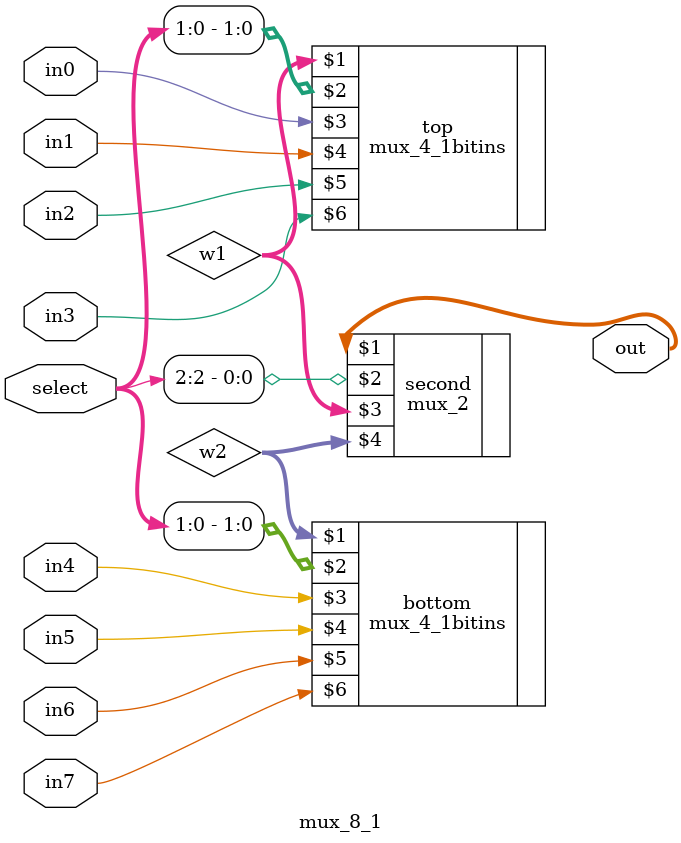
<source format=v>
module mux_8_1(out, select, in0, in1, in2, in3, in4, in5, in6, in7);
    input[2:0] select;
    input in0, in1, in2, in3, in4, in5, in6, in7;
    output [31:0] out;
    wire [31:0] w1, w2;
    mux_4_1bitins top(w1, select[1:0], in0, in1, in2, in3);
    mux_4_1bitins bottom(w2, select[1:0], in4, in5, in6, in7);
    mux_2 second(out, select[2], w1, w2);
endmodule
</source>
